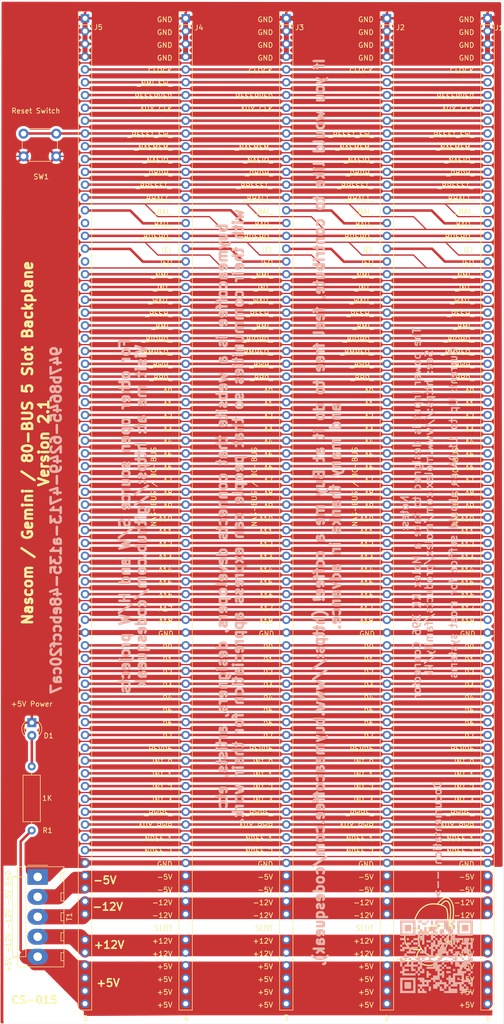
<source format=kicad_pcb>
(kicad_pcb (version 20241229) (generator "pcbnew") (generator_version "9.0")
  (title_block (title "Reduced Size 80-Bus Backplane - Kicad 9") (date "2025-04-21") (rev "2.1") (company "Five slot"))
  (layers (0 "F.Cu" signal) (2 "B.Cu" signal) (13 "F.Paste" user) (15 "B.Paste" user) (5 "F.SilkS" user "F.Silkscreen") (7 "B.SilkS" user "B.Silkscreen") (1 "F.Mask" user) (3 "B.Mask" user) (25 "Edge.Cuts" user))
  (net 0 "")
  (net 1 "Net-(D1-A)")
  (net 2 "GND")
  (net 3 "Net-(J1-Pin_5-Pad5)")
  (net 4 "Net-(J1-Pin_6-Pad6)")
  (net 5 "+5V")
  (net 6 "+12V")
  (net 7 "Net-(J1-Pin_7-Pad7)")
  (net 8 "-5V")
  (net 9 "-12V")
  (net 10 "Net-(J1-Pin_8-Pad8)")
  (net 11 "Net-(J1-Pin_9-Pad9)")
  (net 12 "Net-(J1-Pin_10-Pad10)")
  (net 13 "Net-(J1-Pin_11-Pad11)")
  (net 14 "Net-(J1-Pin_12-Pad12)")
  (net 15 "Net-(J1-Pin_13-Pad13)")
  (net 16 "Net-(J1-Pin_14-Pad14)")
  (net 17 "Net-(J1-Pin_15-Pad15)")
  (net 19 "Net-(J1-Pin_17-Pad17)")
  (net 20 "Net-(J1-Pin_18-Pad18)")
  (net 22 "Net-(J1-Pin_20-Pad20)")
  (net 23 "Net-(J1-Pin_21-Pad21)")
  (net 24 "Net-(J1-Pin_22-Pad22)")
  (net 25 "Net-(J1-Pin_23-Pad23)")
  (net 26 "Net-(J1-Pin_24-Pad24)")
  (net 27 "Net-(J1-Pin_25-Pad25)")
  (net 28 "Net-(J1-Pin_26-Pad26)")
  (net 29 "Net-(J1-Pin_27-Pad27)")
  (net 30 "Net-(J1-Pin_28-Pad28)")
  (net 31 "Net-(J1-Pin_29-Pad29)")
  (net 32 "Net-(J1-Pin_30-Pad30)")
  (net 33 "Net-(J1-Pin_31-Pad31)")
  (net 34 "Net-(J1-Pin_32)")
  (net 35 "Net-(J1-Pin_33-Pad33)")
  (net 36 "Net-(J1-Pin_34-Pad34)")
  (net 37 "Net-(J1-Pin_35-Pad35)")
  (net 38 "Net-(J1-Pin_36-Pad36)")
  (net 39 "Net-(J1-Pin_37-Pad37)")
  (net 40 "Net-(J1-Pin_38-Pad38)")
  (net 41 "Net-(J1-Pin_39)")
  (net 42 "Net-(J1-Pin_40)")
  (net 43 "Net-(J1-Pin_1-Pad41)")
  (net 44 "Net-(J1-Pin_2-Pad42)")
  (net 45 "Net-(J1-Pin_3-Pad43)")
  (net 46 "Net-(J1-Pin_4-Pad44)")
  (net 47 "Net-(J1-Pin_5-Pad45)")
  (net 48 "Net-(J1-Pin_6-Pad46)")
  (net 49 "Net-(J1-Pin_7-Pad47)")
  (net 50 "Net-(J1-Pin_8-Pad48)")
  (net 51 "Net-(J1-Pin_10-Pad50)")
  (net 52 "Net-(J1-Pin_11-Pad51)")
  (net 53 "Net-(J1-Pin_12-Pad52)")
  (net 54 "Net-(J1-Pin_13-Pad53)")
  (net 55 "Net-(J1-Pin_14-Pad54)")
  (net 56 "Net-(J1-Pin_15-Pad55)")
  (net 57 "Net-(J1-Pin_16-Pad56)")
  (net 58 "Net-(J1-Pin_17-Pad57)")
  (net 59 "Net-(J1-Pin_18-Pad58)")
  (net 60 "Net-(J1-Pin_19-Pad59)")
  (net 61 "Net-(J1-Pin_20-Pad60)")
  (net 62 "Net-(J1-Pin_21-Pad61)")
  (net 63 "Net-(J1-Pin_22-Pad62)")
  (net 64 "Net-(J1-Pin_23-Pad63)")
  (net 65 "Net-(J1-Pin_24-Pad64)")
  (net 66 "Net-(J1-Pin_25-Pad65)")
  (net 67 "Net-(J1-Pin_26-Pad66)")
  (net 68 "Net-(J2-Pin_17-Pad17)")
  (net 69 "Net-(J2-Pin_20-Pad20)")
  (net 70 "Net-(J3-Pin_17-Pad17)")
  (net 71 "Net-(J3-Pin_20-Pad20)")
  (net 72 "Net-(J4-Pin_17-Pad17)")
  (net 73 "Net-(J4-Pin_20-Pad20)")
  (footprint "Resistor_THT:R_Axial_DIN0309_L9.0mm_D3.2mm_P12.70mm_Horizontal" (layer "F.Cu") (at 119.1768 211.1502 90)
    (property "Reference" "R1")
    (property "Value" "1K")
  )
  (footprint "Connector_Molex:Molex_KK-396_A-41791-0005_1x05_P3.96mm_Vertical" (layer "F.Cu") (at 120.3672 220.3752 -90)
    (property "Reference" "T1")
    (property "Value" "Terminal_01x05")
  )
  (footprint "80bus:PinHeader_1x80_P2.54mm_Vertical" (layer "F.Cu") (at 209.7786 49.9618)
    (property "Reference" "J1")
    (property "Value" "Conn_01x80")
  )
  (footprint "80bus:PinHeader_1x80_P2.54mm_Vertical" (layer "F.Cu") (at 149.7786 49.9618)
    (property "Reference" "J4")
    (property "Value" "Conn_01x80")
  )
  (footprint "80bus:PinHeader_1x80_P2.54mm_Vertical" (layer "F.Cu") (at 189.7786 49.9618)
    (property "Reference" "J2")
    (property "Value" "Conn_01x80")
  )
  (footprint "80bus:PinHeader_1x80_P2.54mm_Vertical" (layer "F.Cu") (at 129.7786 49.9618)
    (property "Reference" "J5")
    (property "Value" "Conn_01x80")
  )
  (footprint "Button_Switch_THT:SW_PUSH_6mm_H5mm" (layer "F.Cu") (at 117.5524 72.8578)
    (property "Reference" "SW1")
    (property "Value" "Reset")
  )
  (footprint "80bus:PinHeader_1x80_P2.54mm_Vertical" (layer "F.Cu") (at 169.7786 49.9618)
    (property "Reference" "J3")
    (property "Value" "Conn_01x80")
  )
  (footprint "80bus:sleepymouse_very_small" (layer "F.Cu") (at 197.9168 231.6226 90)
    (property "Reference" "G1" (hide yes))
    (property "Value" "LOGO" (hide yes))
  )
  (footprint "LED_THT:LED_D3.0mm" (layer "F.Cu") (at 119.2022 189.7584 -90)
    (property "Reference" "D1")
    (property "Value" "LED")
  )
  (footprint "80bus:qr code" (layer "B.Cu") (at 199.624822 236.224411 -90)
    (property "Reference" "G001" (hide yes))
    (property "Value" "LOGO" (hide yes))
  )
  (gr_line (start 112.903 46.355) (end 112.903 249.555) (stroke (width 0.05)) (layer "Edge.Cuts"))
  (gr_line (start 112.903 249.555) (end 212.923525 249.555) (stroke (width 0.05)) (layer "Edge.Cuts"))
  (gr_line (start 212.923525 249.555) (end 212.893125 46.355) (stroke (width 0.05)) (layer "Edge.Cuts"))
  (gr_line (start 212.893125 46.355) (end 112.903 46.355) (stroke (width 0.05)) (layer "Edge.Cuts"))
  (gr_text "2" (at 189.7126 248.412 0) (layer "F.SilkS") (effects (font (size 1 1))))
  (gr_text "Reset Switch" (at 119.9896 68.326 0) (layer "F.SilkS") (effects (font (size 1 1))))
  (gr_text "1" (at 209.8548 248.4882 0) (layer "F.SilkS") (effects (font (size 1 1))))
  (gr_text "+5V Power" (at 119.1768 186.055 0) (layer "F.SilkS") (effects (font (size 1 1))))
  (gr_text "+5V" (at 134.366 241.427 0) (layer "F.SilkS") (effects (font (size 1.5 1.5) (thickness 0.3))))
  (gr_text "-12V" (at 134.2898 226.2886 0) (layer "F.SilkS") (effects (font (size 1.5 1.5) (thickness 0.3))))
  (gr_text "+5V +12V -12V -5V GND" (at 114.554 229.235 90) (layer "F.SilkS") (effects (font (size 1 1))))
  (gr_text "3\n" (at 169.799 248.3358 0) (layer "F.SilkS") (effects (font (size 1 1))))
  (gr_text "CS-015" (at 119.687746 244.805733 0) (layer "F.SilkS") (effects (font (size 1.5 1.5) (thickness 0.3))))
  (gr_text "+12V" (at 134.5692 233.8578 0) (layer "F.SilkS") (effects (font (size 1.5 1.5) (thickness 0.3))))
  (gr_text "Nascom / Gemini / 80-BUS 5 Slot Backplane\nVersion 2.1\n" (at 119.9642 134.239 90) (layer "F.SilkS") (effects (font (size 2 2) (thickness 0.5))))
  (gr_text "5" (at 129.8448 248.4374 0) (layer "F.SilkS") (effects (font (size 1 1))))
  (gr_text "-5V" (at 133.731 221.0308 0) (layer "F.SilkS") (effects (font (size 1.5 1.5) (thickness 0.3))))
  (gr_text "_BAI_" (at 147.2463 88.3666 0) (layer "F.SilkS") (effects (font (size 1 1)) (justify right)))
  (gr_text "4" (at 149.8854 248.539 0) (layer "F.SilkS") (effects (font (size 1 1))))
  (gr_text "For other open source S/W and H/W projects\nVisit me at: https://github.com/codesqueak\n\n\n\n\nbuymeacoffee is a website that connects developers, designers, artists, etc\nwith their communities so that people can express appreciation for their work.\n\n\n\n\nIf you would like to contribute, feel free to do it at Buy me a coffee! (https://www.buymeacoffee.com/codesqueak), \nand many thanks in advance.\n" (at 158.623 148.7678 90) (layer "B.SilkS") (effects (font (size 2 2) (thickness 0.5)) (justify mirror)))
  (gr_text "Notes:\nThe power input is designed to take a Molex KK 396 Connector\nSee: https://www.molex.com/molex/products/family/kk\n\nCurrent: Up to 11.0A so should suffice for most systems\n\n" (at 199.3646 148.1582 90) (layer "B.SilkS") (effects (font (size 1.5 1.5) (thickness 0.3)) (justify mirror)))
  (gr_text "Documentation -->\n\n" (at 201.075943 213.006471 90) (layer "B.SilkS") (effects (font (size 1.5 1.5) (thickness 0.3)) (justify mirror)))
  (gr_text "947b8645-6249-4713-a135-48ebccf20ca7" (at 125.209891 114.75137 90) (layer "B.SilkS") (effects (font (size 2 2) (thickness 0.5) (bold yes)) (justify left bottom mirror)))
  (segment (start 119.2022 192.2984) (end 119.2022 198.4248) (width 0.5) (layer "F.Cu") (net 1))
  (segment (start 182.245 94.4118) (end 182.2196 94.4118) (width 0.25) (layer "F.Cu") (net 2))
  (segment (start 126.5174 201.0918) (end 211.582 201.0918) (width 0.25) (layer "F.Cu") (net 2))
  (segment (start 157.099 99.5172) (end 157.1752 99.5172) (width 0.25) (layer "F.Cu") (net 2))
  (segment (start 211.582 89.3826) (end 211.582 96.901) (width 0.25) (layer "F.Cu") (net 2))
  (segment (start 126.5174 77.343) (end 126.5174 79.1464) (width 0.25) (layer "F.Cu") (net 2))
  (segment (start 201.422 86.7918) (end 211.5566 86.7918) (width 0.25) (layer "F.Cu") (net 2))
  (segment (start 129.7786 171.8818) (end 126.5682 171.8818) (width 1) (layer "F.Cu") (net 2))
  (segment (start 126.5174 61.341) (end 126.5174 63.9318) (width 0.25) (layer "F.Cu") (net 2))
  (segment (start 149.7786 49.9618) (end 149.7786 57.5818) (width 1) (layer "F.Cu") (net 2))
  (segment (start 211.582 58.1152) (end 211.582 58.8264) (width 0.25) (layer "F.Cu") (net 2))
  (segment (start 211.582 171.8564) (end 211.582 215.7984) (width 0.25) (layer "F.Cu") (net 2))
  (segment (start 120.3672 220.3752) (end 120.3672 217.5798) (width 2) (layer "F.Cu") (net 2))
  (segment (start 126.5174 79.1464) (end 211.5566 79.1464) (width 0.25) (layer "F.Cu") (net 2))
  (segment (start 164.465 89.3318) (end 174.752 89.3318) (width 0.25) (layer "F.Cu") (net 2))
  (segment (start 126.5174 102.0064) (end 126.5174 104.5972) (width 0.25) (layer "F.Cu") (net 2))
  (segment (start 154.5336 96.9518) (end 157.099 99.5172) (width 0.25) (layer "F.Cu") (net 2))
  (segment (start 126.5174 71.501) (end 211.582 71.501) (width 0.25) (layer "F.Cu") (net 2))
  (segment (start 211.582 52.4256) (end 211.582 55.0672) (width 1) (layer "F.Cu") (net 2))
  (segment (start 126.5174 178.2318) (end 211.582 178.2318) (width 0.25) (layer "F.Cu") (net 2))
  (segment (start 197.5866 99.5172) (end 177.3682 99.5172) (width 0.25) (layer "F.Cu") (net 2))
  (segment (start 209.7786 49.9618) (end 209.7786 57.5818) (width 1) (layer "F.Cu") (net 2))
  (segment (start 126.619 55.0418) (end 126.5174 55.1434) (width 1) (layer "F.Cu") (net 2))
  (segment (start 126.5428 58.8264) (end 126.5174 58.801) (width 0.25) (layer "F.Cu") (net 2))
  (segment (start 126.5174 208.7118) (end 211.582 208.7118) (width 0.25) (layer "F.Cu") (net 2))
  (segment (start 157.0482 91.8718) (end 126.5428 91.8718) (width 0.25) (layer "F.Cu") (net 2))
  (segment (start 203.9112 89.3318) (end 201.422 86.8426) (width 0.25) (layer "F.Cu") (net 2))
  (segment (start 126.5174 94.5134) (end 126.523511 94.507289) (width 0.25) (layer "F.Cu") (net 2))
  (segment (start 211.582 86.8426) (end 211.5312 86.7918) (width 0.25) (layer "F.Cu") (net 2))
  (segment (start 211.582 57.5056) (end 211.582 58.1152) (width 1) (layer "F.Cu") (net 2))
  (segment (start 126.5174 135.0518) (end 211.582 135.0518) (width 0.25) (layer "F.Cu") (net 2))
  (segment (start 126.5174 175.6918) (end 211.582 175.6918) (width 0.25) (layer "F.Cu") (net 2))
  (segment (start 126.5174 198.5518) (end 211.582 198.5518) (width 0.25) (layer "F.Cu") (net 2))
  (segment (start 129.7786 49.9618) (end 129.7786 57.5818) (width 1) (layer "F.Cu") (net 2))
  (segment (start 211.5058 107.1118) (end 211.582 107.188) (width 0.25) (layer "F.Cu") (net 2))
  (segment (start 211.582 68.9864) (end 211.582 71.501) (width 0.25) (layer "F.Cu") (net 2))
  (segment (start 164.4904 96.9518) (end 161.9504 94.4118) (width 0.25) (layer "F.Cu") (net 2))
  (segment (start 126.5174 58.801) (end 126.5174 61.341) (width 0.25) (layer "F.Cu") (net 2))
  (segment (start 125.0696 217.6018) (end 129.7786 217.6018) (width 2) (layer "F.Cu") (net 2))
  (segment (start 126.5428 86.8426) (end 126.5174 86.868) (width 0.25) (layer "F.Cu") (net 2))
  (segment (start 126.5174 66.4972) (end 126.5174 69.0118) (width 0.25) (layer "F.Cu") (net 2))
  (segment (start 211.525089 74.187289) (end 211.582 74.2442) (width 0.25) (layer "F.Cu") (net 2))
  (segment (start 126.5174 86.7918) (end 201.422 86.7918) (width 0.25) (layer "F.Cu") (net 2))
  (segment (start 211.582 96.901) (end 211.5312 96.9518) (width 0.25) (layer "F.Cu") (net 2))
  (segment (start 126.5428 63.9064) (end 126.5174 63.9318) (width 0.25) (layer "F.Cu") (net 2))
  (segment (start 164.465 89.3318) (end 161.9758 86.8426) (width 0.25) (layer "F.Cu") (net 2))
  (segment (start 126.548911 74.187289) (end 211.525089 74.187289) (width 0.25) (layer "F.Cu") (net 2))
  (segment (start 189.9666 49.9618) (end 149.7584 49.9618) (width 1) (layer "F.Cu") (net 2))
  (segment (start 141.732 86.8426) (end 144.2212 89.3318) (width 0.25) (layer "F.Cu") (net 2))
  (segment (start 126.5174 147.7772) (end 211.582 147.7772) (width 0.25) (layer "F.Cu") (net 2))
  (segment (start 120.3672 220.3752) (end 122.2962 220.3752) (width 2) (layer "F.Cu") (net 2))
  (segment (start 126.5174 160.4518) (end 211.582 160.4518) (width 0.25) (layer "F.Cu") (net 2))
  (segment (start 126.5174 190.9318) (end 211.582 190.9318) (width 0.25) (layer "F.Cu") (net 2))
  (segment (start 201.4474 94.4118) (end 211.5058 94.4118) (width 0.25) (layer "F.Cu") (net 2))
  (segment (start 189.865 52.5018) (end 149.9108 52.5018) (width 1) (layer "F.Cu") (net 2))
  (segment (start 211.582 99.5172) (end 211.582 101.981) (width 0.25) (layer "F.Cu") (net 2))
  (segment (start 177.292 91.8718) (end 177.3174 91.8718) (width 0.25) (layer "F.Cu") (net 2))
  (segment (start 116.967 70.2564) (end 115.1636 72.0598) (width 0.25) (layer "F.Cu") (net 2))
  (segment (start 126.5174 140.1318) (end 211.582 140.1318) (width 0.25) (layer "F.Cu") (net 2))
  (segment (start 184.785 96.9518) (end 182.245 94.4118) (width 0.25) (layer "F.Cu") (net 2))
  (segment (start 126.5174 107.1118) (end 211.5058 107.1118) (width 0.25) (layer "F.Cu") (net 2))
  (segment (start 211.582 96.901) (end 211.582 99.5172) (width 0.25) (layer "F.Cu") (net 2))
  (segment (start 126.5174 104.5972) (end 126.5174 107.1118) (width 0.25) (layer "F.Cu") (net 2))
  (segment (start 126.5174 94.4118) (end 141.6812 94.4118) (width 0.25) (layer "F.Cu") (net 2))
  (segment (start 211.5566 84.2518) (end 211.582 84.2772) (width 0.25) (layer "F.Cu") (net 2))
  (segment (start 182.2196 94.4118) (end 201.4474 94.4118) (width 0.25) (layer "F.Cu") (net 2))
  (segment (start 211.582 86.8426) (end 211.582 89.3826) (width 0.25) (layer "F.Cu") (net 2))
  (segment (start 203.9874 96.9518) (end 201.4474 94.4118) (width 0.25) (layer "F.Cu") (net 2))
  (segment (start 129.7786 49.9618) (end 127.2794 49.9618) (width 1) (layer "F.Cu") (net 2))
  (segment (start 197.5866 91.8718) (end 177.3174 91.8718) (width 0.25) (layer "F.Cu") (net 2))
  (segment (start 129.7686 217.6018) (end 209.794325 217.6018) (width 1) (layer "F.Cu") (net 2))
  (segment (start 184.785 89.3318) (end 182.2958 86.8426) (width 0.25) (layer "F.Cu") (net 2))
  (segment (start 126.619 81.7118) (end 126.5174 81.8134) (width 0.25) (layer "F.Cu") (net 2))
  (segment (start 126.5174 109.6772) (end 126.5174 114.8334) (width 0.25) (layer "F.Cu") (net 2))
  (segment (start 126.5174 55.1434) (end 126.5174 57.5818) (width 1) (layer "F.Cu") (net 2))
  (segment (start 126.5174 112.1918) (end 211.582 112.1918) (width 0.25) (layer "F.Cu") (net 2))
  (segment (start 126.5174 79.1464) (end 126.5174 81.8134) (width 0.25) (layer "F.Cu") (net 2))
  (segment (start 211.0232 216.3318) (end 124.4346 216.3318) (width 0.25) (layer "F.Cu") (net 2))
  (segment (start 126.5174 74.2188) (end 126.5174 76.6572) (width 0.25) (layer "F.Cu") (net 2))
  (segment (start 129.7786 52.5018) (end 126.5174 52.5018) (width 1) (layer "F.Cu") (net 2))
  (segment (start 211.5058 52.5018) (end 211.582 52.4256) (width 1) (layer "F.Cu") (net 2))
  (segment (start 115.8134 77.3578) (end 117.5524 77.3578) (width 0.25) (layer "F.Cu") (net 2))
  (segment (start 211.582 107.188) (end 211.582 171.8564) (width 0.25) (layer "F.Cu") (net 2))
  (segment (start 126.5174 124.9172) (end 211.582 124.9172) (width 0.25) (layer "F.Cu") (net 2))
  (segment (start 126.5174 57.5818) (end 126.5174 58.801) (width 0.25) (layer "F.Cu") (net 2))
  (segment (start 209.7786 55.0418) (end 149.8854 55.0418) (width 1) (layer "F.Cu") (net 2))
  (segment (start 211.582 50.5968) (end 211.582 52.4256) (width 1) (layer "F.Cu") (net 2))
  (segment (start 129.7786 55.0418) (end 126.619 55.0418) (width 1) (layer "F.Cu") (net 2))
  (segment (start 209.7786 217.6018) (end 210.8708 217.6018) (width 1) (layer "F.Cu") (net 2))
  (segment (start 115.1636 76.708) (end 115.8134 77.3578) (width 0.25) (layer "F.Cu") (net 2))
  (segment (start 211.5566 171.8818) (end 211.582 171.8564) (width 1) (layer "F.Cu") (net 2))
  (segment (start 211.0486 57.5818) (end 211.582 58.1152) (width 0.25) (layer "F.Cu") (net 2))
  (segment (start 189.7786 49.9618) (end 189.7786 57.5818) (width 1) (layer "F.Cu") (net 2))
  (segment (start 129.7786 57.5818) (end 126.5174 57.5818) (width 1) (layer "F.Cu") (net 2))
  (segment (start 174.752 89.3318) (end 177.292 91.8718) (width 0.25) (layer "F.Cu") (net 2))
  (segment (start 211.582 104.5718) (end 211.582 107.188) (width 0.25) (layer "F.Cu") (net 2))
  (segment (start 124.4226 216.3198) (end 123.6225 217.1199) (width 0.25) (layer "F.Cu") (net 2))
  (segment (start 201.422 86.8426) (end 201.422 86.7918) (width 0.25) (layer "F.Cu") (net 2))
  (segment (start 169.7786 49.9618) (end 169.7786 57.5818) (width 1) (layer "F.Cu") (net 2))
  (segment (start 211.5566 79.1464) (end 211.582 79.1718) (width 0.25) (layer "F.Cu") (net 2))
  (segment (start 174.7774 96.9518) (end 177.3428 99.5172) (width 0.25) (layer "F.Cu") (net 2))
  (segment (start 211.582 71.501) (end 211.582 74.2442) (width 0.25) (layer "F.Cu") (net 2))
  (segment (start 126.5428 104.5718) (end 126.5174 104.5972) (width 0.25) (layer "F.Cu") (net 2))
  (segment (start 144.2212 89.3318) (end 154.5082 89.3318) (width 0.25) (layer "F.Cu") (net 2))
  (segment (start 126.5174 157.9118) (end 211.582 157.9118) (width 0.25) (layer "F.Cu") (net 2))
  (segment (start 122.2962 220.3752) (end 125.0696 217.6018) (width 2) (layer "F.Cu") (net 2))
  (segment (start 211.582 81.7118) (end 211.582 84.2772) (width 0.25) (layer "F.Cu") (net 2))
  (segment (start 126.5174 63.9318) (end 126.5174 66.4972) (width 0.25) (layer "F.Cu") (net 2))
  (segment (start 211.5058 57.5818) (end 211.582 57.5056) (width 1) (layer "F.Cu") (net 2))
  (segment (start 129.7178 171.8818) (end 209.895925 171.8818) (width 1) (layer "F.Cu") (net 2))
  (segment (start 126.5174 168.0718) (end 211.582 168.0718) (width 0.25) (layer "F.Cu") (net 2))
  (segment (start 184.785 89.3318) (end 195.072 89.3318) (width 0.25) (layer "F.Cu") (net 2))
  (segment (start 210.8708 217.6018) (end 211.582 216.8906) (width 1) (layer "F.Cu") (net 2))
  (segment (start 126.5174 213.8172) (end 124.4226 215.912) (width 0.25) (layer "F.Cu") (net 2))
  (segment (start 211.582 58.8264) (end 211.582 61.341) (width 0.25) (layer "F.Cu") (net 2))
  (segment (start 211.5566 102.0064) (end 211.582 101.981) (width 0.25) (layer "F.Cu") (net 2))
  (segment (start 209.7786 55.0418) (end 211.5566 55.0418) (width 1) (layer "F.Cu") (net 2))
  (segment (start 211.5312 89.3318) (end 203.9112 89.3318) (width 0.25) (layer "F.Cu") (net 2))
  (segment (start 127.2794 49.9618) (end 126.5174 50.7238) (width 1) (layer "F.Cu") (net 2))
  (segment (start 211.582 91.8718) (end 197.5866 91.8718) (width 0.25) (layer "F.Cu") (net 2))
  (segment (start 126.5174 193.4718) (end 211.582 193.4718) (width 0.25) (layer "F.Cu") (net 2))
  (segment (start 164.4904 96.9518) (end 174.7774 96.9518) (width 0.25) (layer "F.Cu") (net 2))
  (segment (start 126.5174 69.0118) (end 126.5174 70.2564) (width 0.25) (layer "F.Cu") (net 2))
  (segment (start 126.5174 61.341) (end 211.582 61.341) (width 0.25) (layer "F.Cu") (net 2))
  (segment (start 195.072 96.9518) (end 197.5866 99.4664) (width 0.25) (layer "F.Cu") (net 2))
  (segment (start 126.5174 122.3518) (end 211.582 122.3518) (width 0.25) (layer "F.Cu") (net 2))
  (segment (start 126.5174 185.8518) (end 211.582 185.8518) (width 0.25) (layer "F.Cu") (net 2))
  (segment (start 211.582 84.2772) (end 211.582 86.8426) (width 0.25) (layer "F.Cu") (net 2))
  (segment (start 126.5174 52.5018) (end 126.5174 55.1434) (width 1) (layer "F.Cu") (net 2))
  (segment (start 211.582 74.2442) (end 211.582 76.6572) (width 0.25) (layer "F.Cu") (net 2))
  (segment (start 209.7786 171.8818) (end 211.5566 171.8818) (width 1) (layer "F.Cu") (net 2))
  (segment (start 120.2738 220.3752) (end 119.2276 219.329) (width 2) (layer "F.Cu") (net 2))
  (segment (start 197.5866 99.4664) (end 197.5866 99.5172) (width 0.25) (layer "F.Cu") (net 2))
  (segment (start 126.638289 66.376311) (end 211.575889 66.376311) (width 0.25) (layer "F.Cu") (net 2))
  (segment (start 124.4226 215.912) (end 124.4226 216.3198) (width 0.25) (layer "F.Cu") (net 2))
  (segment (start 141.7066 94.4118) (end 141.6812 94.4118) (width 0.25) (layer "F.Cu") (net 2))
  (segment (start 126.5174 150.2918) (end 211.582 150.2918) (width 0.25) (layer "F.Cu") (net 2))
  (segment (start 211.575889 66.376311) (end 211.582 66.3702) (width 0.25) (layer "F.Cu") (net 2))
  (segment (start 126.5174 132.5118) (end 211.582 132.5118) (width 0.25) (layer "F.Cu") (net 2))
  (segment (start 211.582 101.981) (end 211.582 104.5718) (width 0.25) (layer "F.Cu") (net 2))
  (segment (start 126.5174 119.8118) (end 211.582 119.8118) (width 0.25) (layer "F.Cu") (net 2))
  (segment (start 126.5174 152.8318) (end 211.582 152.8318) (width 0.25) (layer "F.Cu") (net 2))
  (segment (start 177.3682 99.5172) (end 157.1752 99.5172) (width 0.25) (layer "F.Cu") (net 2))
  (segment (start 144.2466 96.9518) (end 141.7066 94.4118) (width 0.25) (layer "F.Cu") (net 2))
  (segment (start 161.9504 94.4118) (end 182.2196 94.4118) (width 0.25) (layer "F.Cu") (net 2))
  (segment (start 126.5174 195.9864) (end 211.582 195.9864) (width 0.25) (layer "F.Cu") (net 2))
  (segment (start 126.5174 74.2188) (end 126.548911 74.187289) (width 0.25) (layer "F.Cu") (net 2))
  (segment (start 124.0524 77.3578) (end 126.5026 77.3578) (width 0.25) (layer "F.Cu") (net 2))
  (segment (start 126.5174 114.8334) (end 126.5174 117.2464) (width 0.25) (layer "F.Cu") (net 2))
  (segment (start 126.5174 127.4572) (end 211.582 127.4572) (width 0.25) (layer "F.Cu") (net 2))
  (segment (start 154.5082 89.3318) (end 157.0482 91.8718) (width 0.25) (layer "F.Cu") (net 2))
  (segment (start 126.5174 145.2118) (end 211.582 145.2118) (width 0.25) (layer "F.Cu") (net 2))
  (segment (start 211.582 114.7318) (end 126.5428 114.7318) (width 0.25) (layer "F.Cu") (net 2))
  (segment (start 126.5174 155.3972) (end 211.582 155.3972) (width 0.25) (layer "F.Cu") (net 2))
  (segment (start 124.4346 216.3318) (end 124.4226 216.3198) (width 0.25) (layer "F.Cu") (net 2))
  (segment (start 126.5682 171.8818) (end 126.5174 171.831) (width 1) (layer "F.Cu") (net 2))
  (segment (start 126.5428 114.808) (end 126.5174 114.8334) (width 0.25) (layer "F.Cu") (net 2))
  (segment (start 126.5174 180.7718) (end 211.582 180.7718) (width 0.25) (layer "F.Cu") (net 2))
  (segment (start 209.7786 52.5018) (end 211.5058 52.5018) (width 1) (layer "F.Cu") (net 2))
  (segment (start 126.5174 165.5318) (end 211.582 165.5318) (width 0.25) (layer "F.Cu") (net 2))
  (segment (start 118.999 219.1004) (end 118.999 217.5002) (width 2) (layer "F.Cu") (net 2))
  (segment (start 157.1752 99.5172) (end 126.5174 99.5172) (width 0.25) (layer "F.Cu") (net 2))
  (segment (start 126.5174 162.9918) (end 211.582 162.9918) (width 0.25) (layer "F.Cu") (net 2))
  (segment (start 126.5174 188.3918) (end 211.582 188.3918) (width 0.25) (layer "F.Cu") (net 2))
  (segment (start 126.5174 129.9718) (end 211.582 129.9718) (width 0.25) (layer "F.Cu") (net 2))
  (segment (start 211.582 109.6518) (end 126.5428 109.6518) (width 0.25) (layer "F.Cu") (net 2))
  (segment (start 126.5174 102.0064) (end 211.5566 102.0064) (width 0.25) (layer "F.Cu") (net 2))
  (segment (start 126.5174 94.5134) (end 126.5174 99.5172) (width 0.25) (layer "F.Cu") (net 2))
  (segment (start 209.7786 57.5818) (end 211.5058 57.5818) (width 1) (layer "F.Cu") (net 2))
  (segment (start 126.5174 213.7918) (end 211.582 213.7918) (width 0.25) (layer "F.Cu") (net 2))
  (segment (start 120.3672 220.3752) (end 123.6225 217.1199) (width 2) (layer "F.Cu") (net 2))
  (segment (start 211.582 68.9864) (end 126.5428 68.9864) (width 0.25) (layer "F.Cu") (net 2))
  (segment (start 211.582 76.6572) (end 211.582 79.1718) (width 0.25) (layer "F.Cu") (net 2))
  (segment (start 126.5174 70.2564) (end 126.5174 71.501) (width 0.25) (layer "F.Cu") (net 2))
  (segment (start 211.582 58.8264) (end 126.5428 58.8264) (width 0.25) (layer "F.Cu") (net 2))
  (segment (start 126.5174 137.5918) (end 211.582 137.5918) (width 0.25) (layer "F.Cu") (net 2))
  (segment (start 126.5174 84.2518) (end 126.5174 86.868) (width 0.25) (layer "F.Cu") (net 2))
  (segment (start 195.072 89.3318) (end 197.5866 91.8464) (width 0.25) (layer "F.Cu") (net 2))
  (segment (start 211.582 81.7118) (end 126.619 81.7118) (width 0.25) (layer "F.Cu") (net 2))
  (segment (start 126.5174 76.6572) (end 126.5174 77.343) (width 0.25) (layer "F.Cu") (net 2))
  (segment (start 211.582 63.9064) (end 126.5428 63.9064) (width 0.25) (layer "F.Cu") (net 2))
  (segment (start 211.5566 55.0418) (end 211.582 55.0672) (width 1) (layer "F.Cu") (net 2))
  (segment (start 126.5174 99.5172) (end 126.5174 102.0064) (width 0.25) (layer "F.Cu") (net 2))
  (segment (start 126.5428 109.7026) (end 126.5174 109.6772) (width 0.25) (layer "F.Cu") (net 2))
  (segment (start 211.5312 96.9518) (end 203.9874 96.9518) (width 0.25) (layer "F.Cu") (net 2))
  (segment (start 126.5174 171.831) (end 126.5174 213.8172) (width 0.25) (layer "F.Cu") (net 2))
  (segment (start 126.5428 68.9864) (end 126.5174 69.0118) (width 0.25) (layer "F.Cu") (net 2))
  (segment (start 126.5174 86.868) (end 126.5174 94.5134) (width 0.25) (layer "F.Cu") (net 2))
  (segment (start 177.3428 99.5172) (end 177.3682 99.5172) (width 0.25) (layer "F.Cu") (net 2))
  (segment (start 144.2466 96.9518) (end 154.5336 96.9518) (width 0.25) (layer "F.Cu") (net 2))
  (segment (start 211.582 61.341) (end 211.582 63.9064) (width 0.25) (layer "F.Cu") (net 2))
  (segment (start 141.6812 94.4118) (end 161.9504 94.4118) (width 0.25) (layer "F.Cu") (net 2))
  (segment (start 126.5174 203.6318) (end 211.582 203.6318) (width 0.25) (layer "F.Cu") (net 2))
  (segment (start 126.5174 142.6718) (end 211.582 142.6718) (width 0.25) (layer "F.Cu") (net 2))
  (segment (start 211.582 79.1718) (end 211.582 81.7118) (width 0.25) (layer "F.Cu") (net 2))
  (segment (start 115.1636 72.0598) (end 115.1636 76.708) (width 0.25) (layer "F.Cu") (net 2))
  (segment (start 126.5174 50.7238) (end 126.5174 52.5018) (width 1) (layer "F.Cu") (net 2))
  (segment (start 126.5026 77.3578) (end 126.5174 77.343) (width 0.25) (layer "F.Cu") (net 2))
  (segment (start 211.582 76.6572) (end 126.5174 76.6572) (width 0.25) (layer "F.Cu") (net 2))
  (segment (start 120.3672 217.5798) (end 120.3706 217.5764) (width 2) (layer "F.Cu") (net 2))
  (segment (start 209.7786 57.5818) (end 211.0486 57.5818) (width 0.25) (layer "F.Cu") (net 2))
  (segment (start 126.5174 84.2518) (end 211.5566 84.2518) (width 0.25) (layer "F.Cu") (net 2))
  (segment (start 119.2276 219.329) (end 118.999 219.1004) (width 2) (layer "F.Cu") (net 2))
  (segment (start 209.7786 49.9618) (end 210.947 49.9618) (width 1) (layer "F.Cu") (net 2))
  (segment (start 210.947 49.9618) (end 211.582 50.5968) (width 1) (layer "F.Cu") (net 2))
  (segment (start 126.5174 81.8134) (end 126.5174 84.2518) (width 0.25) (layer "F.Cu") (net 2))
  (segment (start 211.582 104.5718) (end 126.5428 104.5718) (width 0.25) (layer "F.Cu") (net 2))
  (segment (start 197.5866 91.8464) (end 197.5866 91.8718) (width 0.25) (layer "F.Cu") (net 2))
  (segment (start 211.582 66.3702) (end 211.582 68.9864) (width 0.25) (layer "F.Cu") (net 2))
  (segment (start 126.5174 66.4972) (end 126.638289 66.376311) (width 0.25) (layer "F.Cu") (net 2))
  (segment (start 211.582 99.5172) (end 197.5866 99.5172) (width 0.25) (layer "F.Cu") (net 2))
  (segment (start 126.5174 117.2718) (end 211.582 117.2718) (width 0.25) (layer "F.Cu") (net 2))
  (segment (start 211.582 63.9064) (end 211.582 66.3702) (width 0.25) (layer "F.Cu") (net 2))
  (segment (start 126.5174 206.1718) (end 211.582 206.1718) (width 0.25) (layer "F.Cu") (net 2))
  (segment (start 177.3174 91.8718) (end 157.0482 91.8718) (width 0.25) (layer "F.Cu") (net 2))
  (segment (start 184.785 96.9518) (end 195.072 96.9518) (width 0.25) (layer "F.Cu") (net 2))
  (segment (start 126.5174 107.1118) (end 126.5174 109.6772) (width 0.25) (layer "F.Cu") (net 2))
  (segment (start 129.7432 57.5818) (end 209.7786 57.5818) (width 1) (layer "F.Cu") (net 2))
  (segment (start 126.5174 117.2464) (end 126.5174 171.831) (width 0.25) (layer "F.Cu") (net 2))
  (segment (start 211.582 89.3826) (end 211.5312 89.3318) (width 0.25) (layer "F.Cu") (net 2))
  (segment (start 126.5174 70.2564) (end 116.967 70.2564) (width 0.25) (layer "F.Cu") (net 2))
  (segment (start 211.582 55.0672) (end 211.582 57.5056) (width 1) (layer "F.Cu") (net 2))
  (segment (start 211.582 216.8906) (end 211.582 215.7984) (width 1) (layer "F.Cu") (net 2))
  (segment (start 126.5174 183.3118) (end 211.582 183.3118) (width 0.25) (layer "F.Cu") (net 2))
  (segment (start 126.5174 211.2518) (end 211.582 211.2518) (width 0.25) (layer "F.Cu") (net 2))
  (segment (start 129.8448 60.1218) (end 209.743525 60.1218) (width 0.5) (layer "F.Cu") (net 3))
  (segment (start 209.819725 62.6618) (end 129.7432 62.6618) (width 0.5) (layer "F.Cu") (net 4))
  (segment (start 118.2672 236.2152) (end 118.1608 236.3216) (width 2) (layer "F.Cu") (net 5))
  (segment (start 149.110321 246.849521) (end 149.796879 246.849521) (width 1) (layer "F.Cu") (net 5))
  (segment (start 190.6778 240.4618) (end 189.7786 240.4618) (width 2) (layer "F.Cu") (net 5))
  (segment (start 191.1096 243.0018) (end 189.7786 243.0018) (width 2) (layer "F.Cu") (net 5))
  (segment (start 119.761 237.9218) (end 129.7786 237.9218) (width 2) (layer "F.Cu") (net 5))
  (segment (start 208.661 239.0394) (end 130.8962 239.0394) (width 2) (layer "F.Cu") (net 5))
  (segment (start 122.992 236.2152) (end 129.7786 243.0018) (width 2) (layer "F.Cu") (net 5))
  (segment (start 148.4122 239.2882) (end 148.4122 246.1514) (width 1.5) (layer "F.Cu") (net 5))
  (segment (start 209.819725 237.9218) (end 140.7668 237.9218) (width 1.5) (layer "F.Cu") (net 5))
  (segment (start 189.6618 244.221) (end 149.7584 244.221) (width 2) (layer "F.Cu") (net 5))
  (segment (start 120.3672 236.2152) (end 122.992 236.2152) (width 2) (layer "F.Cu") (net 5))
  (segment (start 149.7786 237.9218) (end 148.4122 239.2882) (width 1) (layer "F.Cu") (net 5))
  (segment (start 208.3308 245.0846) (end 208.788 245.5418) (width 2) (layer "F.Cu") (net 5))
  (segment (start 209.7786 240.4618) (end 209.7786 243.0018) (width 2) (layer "F.Cu") (net 5))
  (segment (start 209.7786 237.9218) (end 208.3308 239.3696) (width 2) (layer "F.Cu") (net 5))
  (segment (start 120.452 236.2152) (end 129.7786 245.5418) (width 2) (layer "F.Cu") (net 5))
  (segment (start 189.7888 240.4618) (end 149.733 240.4618) (width 2) (layer "F.Cu") (net 5))
  (segment (start 129.7786 237.9218) (end 129.7786 245.5418) (width 1.5) (layer "F.Cu") (net 5))
  (segment (start 208.788 245.5418) (end 209.7786 245.5418) (width 2) (layer "F.Cu") (net 5))
  (segment (start 191.1096 240.8936) (end 190.6778 240.4618) (width 2) (layer "F.Cu") (net 5))
  (segment (start 125.532 236.2152) (end 120.3672 236.2152) (width 3) (layer "F.Cu") (net 5))
  (segment (start 120.3672 236.2152) (end 118.2672 236.2152) (width 3) (layer "F.Cu") (net 5))
  (segment (start 191.262 245.5418) (end 191.4398 245.364) (width 2) (layer "F.Cu") (net 5))
  (segment (start 116.9924 234.9404) (end 118.2672 236.2152) (width 0.5) (layer "F.Cu") (net 5))
  (segment (start 191.4398 245.364) (end 191.4398 243.332) (width 2) (layer "F.Cu") (net 5))
  (segment (start 129.7786 240.4618) (end 125.532 236.2152) (width 3) (layer "F.Cu") (net 5))
  (segment (start 209.7786 243.0018) (end 209.7786 245.5418) (width 2) (layer "F.Cu") (net 5))
  (segment (start 129.7786 245.5418) (end 129.7786 243.0018) (width 3) (layer "F.Cu") (net 5))
  (segment (start 209.7786 237.9218) (end 209.7786 240.4618) (width 2) (layer "F.Cu") (net 5))
  (segment (start 149.86 243.0018) (end 189.8396 243.0018) (width 2) (layer "F.Cu") (net 5))
  (segment (start 119.1768 211.1502) (end 116.9924 213.3346) (width 0.5) (layer "F.Cu") (net 5))
  (segment (start 191.4398 243.332) (end 191.1096 243.0018) (width 2) (layer "F.Cu") (net 5))
  (segment (start 118.1608 236.3216) (end 119.761 237.9218) (width 2) (layer "F.Cu") (net 5))
  (segment (start 130.8962 239.0394) (end 129.7786 237.9218) (width 2) (layer "F.Cu") (net 5))
  (segment (start 189.7786 245.5418) (end 191.262 245.5418) (width 2) (layer "F.Cu") (net 5))
  (segment (start 189.738 241.5794) (end 149.8346 241.5794) (width 2) (layer "F.Cu") (net 5))
  (segment (start 150.0632 245.5418) (end 189.7786 245.5418) (width 2) (layer "F.Cu") (net 5))
  (segment (start 208.3308 239.3696) (end 208.3308 245.0846) (width 2) (layer "F.Cu") (net 5))
  (segment (start 148.4122 246.1514) (end 149.110321 246.849521) (width 1) (layer "F.Cu") (net 5))
  (segment (start 129.7786 243.0018) (end 129.7786 240.4618) (width 3) (layer "F.Cu") (net 5))
  (segment (start 209.7786 245.5418) (end 208.470879 246.849521) (width 2) (layer "F.Cu") (net 5))
  (segment (start 192.595879 246.849521) (end 149.796879 246.849521) (width 2) (layer "F.Cu") (net 5))
  (segment (start 116.9924 213.3346) (end 116.9924 234.9404) (width 0.5) (layer "F.Cu") (net 5))
  (segment (start 140.7786 237.9218) (end 129.7786 237.9218) (width 1.5) (layer "F.Cu") (net 5))
  (segment (start 191.1096 243.0018) (end 191.1096 240.8936) (width 2) (layer "F.Cu") (net 5))
  (segment (start 130.9978 234.1626) (end 129.7786 235.3818) (width 2) (layer "F.Cu") (net 6))
  (segment (start 208.4578 234.1626) (end 208.5594 234.1626) (width 2) (layer "F.Cu") (net 6))
  (segment (start 128.7702 232.2552) (end 129.7786 233.2636) (width 3) (layer "F.Cu") (net 6))
  (segment (start 209.7786 232.8418) (end 209.7786 235.3818) (width 2) (layer "F.Cu") (net 6))
  (segment (start 129.7786 235.3818) (end 126.652 232.2552) (width 2) (layer "F.Cu") (net 6))
  (segment (start 208.4578 234.1626) (end 209.7786 232.8418) (width 2) (layer "F.Cu") (net 6))
  (segment (start 209.7786 232.8418) (end 129.7786 232.8418) (width 2) (layer "F.Cu") (net 6))
  (segment (start 207.305125 234.1626) (end 209.616525 234.1626) (width 2) (layer "F.Cu") (net 6))
  (segment (start 209.7786 235.3818) (end 129.7786 235.3818) (width 1.5) (layer "F.Cu") (net 6))
  (segment (start 207.305125 234.1626) (end 130.9978 234.1626) (width 2) (layer "F.Cu") (net 6))
  (segment (start 126.652 232.2552) (end 120.3672 232.2552) (width 2) (layer "F.Cu") (net 6))
  (segment (start 129.7786 233.2636) (end 129.7786 235.3818) (width 2) (layer "F.Cu") (net 6))
  (segment (start 120.3672 232.2552) (end 128.7702 232.2552) (width 3) (layer "F.Cu") (net 6))
  (segment (start 207.305125 234.1626) (end 208.4578 234.1626) (width 2) (layer "F.Cu") (net 6))
  (segment (start 129.7786 232.8418) (end 129.7786 233.2636) (width 2) (layer "F.Cu") (net 6))
  (segment (start 208.5594 234.1626) (end 209.7786 235.3818) (width 2) (layer "F.Cu") (net 6))
  (segment (start 129.7178 65.2018) (end 209.768925 65.2018) (width 0.5) (layer "F.Cu") (net 7))
  (segment (start 132.5118 220.853) (end 133.223 221.5642) (width 3) (layer "F.Cu") (net 8))
  (segment (start 125.9586 222.6818) (end 129.7786 222.6818) (width 2) (layer "F.Cu") (net 8))
  (segment (start 209.7786 222.6818) (end 129.7786 222.6818) (width 1.5) (layer "F.Cu") (net 8))
  (segment (start 133.223 221.5642) (end 208.3562 221.5642) (width 2) (layer "F.Cu") (net 8))
  (segment (start 209.7786 220.1418) (end 209.7786 222.6818) (width 2) (layer "F.Cu") (net 8))
  (segment (start 208.3562 221.5642) (end 209.7786 220.1418) (width 2) (layer "F.Cu") (net 8))
  (segment (start 209.7786 220.1418) (end 129.7786 220.1418) (width 2) (layer "F.Cu") (net 8))
  (segment (start 120.3672 224.3352) (end 124.4576 224.3352) (width 3) (layer "F.Cu") (net 8))
  (segment (start 127.9398 220.853) (end 132.5118 220.853) (width 3) (layer "F.Cu") (net 8))
  (segment (start 124.4576 224.3352) (end 127.9398 220.853) (width 3) (layer "F.Cu") (net 8))
  (segment (start 129.7786 220.1418) (end 129.7786 222.6818) (width 2) (layer "F.Cu") (net 8))
  (segment (start 209.819725 227.7618) (end 129.7786 227.7618) (width 2) (layer "F.Cu") (net 9))
  (segment (start 129.2452 228.2952) (end 129.7786 227.7618) (width 3) (layer "F.Cu") (net 9))
  (segment (start 120.3672 228.2952) (end 129.2452 228.2952) (width 3) (layer "F.Cu") (net 9))
  (segment (start 126.7052 228.2952) (end 120.3672 228.2952) (width 2) (layer "F.Cu") (net 9))
  (segment (start 209.794325 226.3902) (end 208.473525 226.3902) (width 2) (layer "F.Cu") (net 9))
  (segment (start 209.7786 225.2218) (end 209.7786 227.7618) (width 2) (layer "F.Cu") (net 9))
  (segment (start 129.7786 225.2218) (end 129.7786 226.1208) (width 2) (layer "F.Cu") (net 9))
  (segment (start 209.895925 225.2218) (end 129.7786 225.2218) (width 1.5) (layer "F.Cu") (net 9))
  (segment (start 130.048 226.3902) (end 129.7786 226.1208) (width 2) (layer "F.Cu") (net 9))
  (segment (start 208.473525 226.3902) (end 208.6102 226.3902) (width 2) (layer "F.Cu") (net 9))
  (segment (start 208.473525 226.3902) (end 130.048 226.3902) (width 2) (layer "F.Cu") (net 9))
  (segment (start 129.7786 225.2218) (end 126.7052 228.2952) (width 2) (layer "F.Cu") (net 9))
  (segment (start 208.6102 226.3902) (end 209.7786 225.2218) (width 2) (layer "F.Cu") (net 9))
  (segment (start 129.7786 226.1208) (end 129.7786 227.7618) (width 2) (layer "F.Cu") (net 9))
  (segment (start 209.794325 67.7418) (end 129.7178 67.7418) (width 0.5) (layer "F.Cu") (net 10))
  (segment (start 129.7686 70.2818) (end 209.768925 70.2818) (width 0.5) (layer "F.Cu") (net 11))
  (segment (start 209.895925 72.8218) (end 129.6924 72.8218) (width 0.5) (layer "F.Cu") (net 12))
  (segment (start 129.7786 72.8218) (end 117.5884 72.8218) (width 0.5) (layer "F.Cu") (net 12))
  (segment (start 129.921 75.3618) (end 209.692725 75.3618) (width 0.5) (layer "F.Cu") (net 13))
  (segment (start 209.845125 77.9018) (end 129.7178 77.9018) (width 0.5) (layer "F.Cu") (net 14))
  (segment (start 129.8448 80.4418) (end 209.768925 80.4418) (width 0.5) (layer "F.Cu") (net 15))
  (segment (start 209.768925 82.9818) (end 129.794 82.9818) (width 0.5) (layer "F.Cu") (net 16))
  (segment (start 129.7686 85.5218) (end 209.845125 85.5218) (width 0.5) (layer "F.Cu") (net 17))
  (segment (start 198.6763 88.1126) (end 201.2163 90.6526) (width 0.5) (layer "F.Cu") (net 19))
  (segment (start 189.722274 88.1126) (end 198.6763 88.1126) (width 0.5) (layer "F.Cu") (net 19))
  (segment (start 201.2163 90.6526) (end 209.7049 90.6526) (width 0.5) (layer "F.Cu") (net 19))
  (segment (start 129.6924 93.1418) (end 209.845125 93.1418) (width 0.5) (layer "F.Cu") (net 20))
  (segment (start 201.2925 98.2472) (end 209.7811 98.2472) (width 0.5) (layer "F.Cu") (net 22))
  (segment (start 198.7525 95.7072) (end 201.2925 98.2472) (width 0.5) (layer "F.Cu") (net 22))
  (segment (start 189.798474 95.7072) (end 198.7525 95.7072) (width 0.5) (layer "F.Cu") (net 22))
  (segment (start 209.718125 100.7618) (end 129.6162 100.7618) (width 0.5) (layer "F.Cu") (net 23))
  (segment (start 129.8448 103.3018) (end 209.718125 103.3018) (width 0.5) (layer "F.Cu") (net 24))
  (segment (start 209.692725 105.8418) (end 129.7432 105.8418) (width 0.5) (layer "F.Cu") (net 25))
  (segment (start 129.7432 108.3818) (end 209.743525 108.3818) (width 0.5) (layer "F.Cu") (net 26))
  (segment (start 209.743525 110.9218) (end 129.6924 110.9218) (width 0.5) (layer "F.Cu") (net 27))
  (segment (start 129.6924 113.4618) (end 209.870525 113.4618) (width 0.5) (layer "F.Cu") (net 28))
  (segment (start 209.794325 116.0018) (end 129.7686 116.0018) (width 0.5) (layer "F.Cu") (net 29))
  (segment (start 129.7432 118.5418) (end 209.743525 118.5418) (width 0.5) (layer "F.Cu") (net 30))
  (segment (start 209.819725 121.0818) (end 129.7432 121.0818) (width 0.5) (layer "F.Cu") (net 31))
  (segment (start 129.7178 123.6218) (end 209.794325 123.6218) (width 0.5) (layer "F.Cu") (net 32))
  (segment (start 209.692725 126.1618) (end 129.794 126.1618) (width 0.5) (layer "F.Cu") (net 33))
  (segment (start 129.8194 128.7018) (end 209.743525 128.7018) (width 0.5) (layer "F.Cu") (net 34))
  (segment (start 209.718125 131.2418) (end 129.8194 131.2418) (width 0.5) (layer "F.Cu") (net 35))
  (segment (start 129.7178 133.7818) (end 209.819725 133.7818) (width 0.5) (layer "F.Cu") (net 36))
  (segment (start 209.768925 136.3218) (end 129.7686 136.3218) (width 0.5) (layer "F.Cu") (net 37))
  (segment (start 129.794 138.8618) (end 209.845125 138.8618) (width 0.5) (layer "F.Cu") (net 38))
  (segment (start 209.845125 141.4018) (end 129.8448 141.4018) (width 0.5) (layer "F.Cu") (net 39))
  (segment (start 129.794 143.9418) (end 209.718125 143.9418) (width 0.5) (layer "F.Cu") (net 40))
  (segment (start 209.768925 146.4818) (end 129.794 146.4818) (width 0.5) (layer "F.Cu") (net 41))
  (segment (start 129.7432 149.0218) (end 209.895925 149.0218) (width 0.5) (layer "F.Cu") (net 42))
  (segment (start 209.870525 151.5618) (end 129.7686 151.5618) (width 0.5) (layer "F.Cu") (net 43))
  (segment (start 129.794 154.1018) (end 209.794325 154.1018) (width 0.5) (layer "F.Cu") (net 44))
  (segment (start 209.870525 156.6418) (end 129.794 156.6418) (width 0.5) (layer "F.Cu") (net 45))
  (segment (start 129.794 159.1818) (end 209.794325 159.1818) (width 0.5) (layer "F.Cu") (net 46))
  (segment (start 129.794 161.7218) (end 209.768925 161.7218) (width 0.5) (layer "F.Cu") (net 47))
  (segment (start 209.845125 164.2618) (end 129.7432 164.2618) (width 0.5) (layer "F.Cu") (net 48))
  (segment (start 129.794 166.8018) (end 209.845125 166.8018) (width 0.5) (layer "F.Cu") (net 49))
  (segment (start 209.895925 169.3418) (end 129.6162 169.3418) (width 0.5) (layer "F.Cu") (net 50))
  (segment (start 209.718125 174.4218) (end 129.6924 174.4218) (width 0.5) (layer "F.Cu") (net 51))
  (segment (start 129.794 176.9618) (end 209.845125 176.9618) (width 0.5) (layer "F.Cu") (net 52))
  (segment (start 209.870525 179.5018) (end 129.7686 179.5018) (width 0.5) (layer "F.Cu") (net 53))
  (segment (start 129.794 182.0418) (end 209.794325 182.0418) (width 0.5) (layer "F.Cu") (net 54))
  (segment (start 129.7432 184.5818) (end 209.845125 184.5818) (width 0.5) (layer "F.Cu") (net 55))
  (segment (start 209.819725 187.1218) (end 129.7686 187.1218) (width 0.5) (layer "F.Cu") (net 56))
  (segment (start 129.7686 189.6618) (end 209.845125 189.6618) (width 0.5) (layer "F.Cu") (net 57))
  (segment (start 209.794325 192.2018) (end 129.8448 192.2018) (width 0.5) (layer "F.Cu") (net 58))
  (segment (start 129.8194 194.7418) (end 209.845125 194.7418) (width 0.5) (layer "F.Cu") (net 59))
  (segment (start 209.718125 197.2818) (end 129.7432 197.2818) (width 0.5) (layer "F.Cu") (net 60))
  (segment (start 129.794 199.8218) (end 209.845125 199.8218) (width 0.5) (layer "F.Cu") (net 61))
  (segment (start 209.819725 202.3618) (end 129.794 202.3618) (width 0.5) (layer "F.Cu") (net 62))
  (segment (start 209.870525 204.9018) (end 129.6924 204.9018) (width 0.5) (layer "F.Cu") (net 63))
  (segment (start 129.7686 207.4418) (end 209.845125 207.4418) (width 0.5) (layer "F.Cu") (net 64))
  (segment (start 209.870525 209.9818) (end 129.794 209.9818) (width 0.5) (layer "F.Cu") (net 65))
  (segment (start 129.7432 212.5218) (end 209.845125 212.5218) (width 0.5) (layer "F.Cu") (net 66))
  (segment (start 209.794325 215.0618) (end 129.8194 215.0618) (width 0.5) (layer "F.Cu") (net 67))
  (segment (start 169.783274 88.1126) (end 178.7373 88.1126) (width 0.5) (layer "F.Cu") (net 68))
  (segment (start 181.2773 90.6526) (end 189.7659 90.6526) (width 0.5) (layer "F.Cu") (net 68))
  (segment (start 178.7373 88.1126) (end 181.2773 90.6526) (width 0.5) (layer "F.Cu") (net 68))
  (segment (start 178.6865 95.7326) (end 181.2265 98.2726) (width 0.5) (layer "F.Cu") (net 69))
  (segment (start 181.2265 98.2726) (end 189.7151 98.2726) (width 0.5) (layer "F.Cu") (net 69))
  (segment (start 169.732474 95.7326) (end 178.6865 95.7326) (width 0.5) (layer "F.Cu") (net 69))
  (segment (start 161.29 90.6018) (end 169.7786 90.6018) (width 0.5) (layer "F.Cu") (net 70))
  (segment (start 158.75 88.0618) (end 161.29 90.6018) (width 0.5) (layer "F.Cu") (net 70))
  (segment (start 149.795974 88.0618) (end 158.75 88.0618) (width 0.5) (layer "F.Cu") (net 70))
  (segment (start 161.2621 98.2472) (end 169.7507 98.2472) (width 0.5) (layer "F.Cu") (net 71))
  (segment (start 158.7221 95.7072) (end 161.2621 98.2472) (width 0.5) (layer "F.Cu") (net 71))
  (segment (start 149.768074 95.7072) (end 158.7221 95.7072) (width 0.5) (layer "F.Cu") (net 71))
  (segment (start 129.803674 88.1126) (end 138.7577 88.1126) (width 0.5) (layer "F.Cu") (net 72))
  (segment (start 138.7577 88.1126) (end 141.2977 90.6526) (width 0.5) (layer "F.Cu") (net 72))
  (segment (start 141.2977 90.6526) (end 149.7863 90.6526) (width 0.5) (layer "F.Cu") (net 72))
  (segment (start 138.7323 95.7326) (end 141.2723 98.2726) (width 0.5) (layer "F.Cu") (net 73))
  (segment (start 129.778274 95.7326) (end 138.7323 95.7326) (width 0.5) (layer "F.Cu") (net 73))
  (segment (start 141.2723 98.2726) (end 149.7609 98.2726) (width 0.5) (layer "F.Cu") (net 73))
  (zone (net 5) (net_name "+5V") (layer "F.Cu") (priority 1) (connect_pads (clearance 0.508)) (min_thickness 0.254) (fill yes (thermal_gap 0.508) (thermal_bridge_width 0.508))
    (polygon (pts (xy 150.852077 247.846081) (xy 129.530117 247.971449) (xy 129.54 245.3132) (xy 129.5654 239.3442) (xy 150.853755 239.361201)))
  )
  (zone (net 2) (net_name "GND") (layer "F.Cu") (connect_pads (clearance 0.508)) (min_thickness 0.508) (fill yes (thermal_gap 0.508) (thermal_bridge_width 0.508))
    (polygon (pts (xy 212.4964 46.7614) (xy 212.8266 249.4534) (xy 113.0046 249.4534) (xy 113.1824 46.6598)))
  )
  (zone (net 0) (net_name "") (layer "F.Cu") (connect_pads (clearance 0)) (min_thickness 0.254)
    (keepout (tracks allowed) (vias allowed) (pads allowed) (copperpour not_allowed) (footprints allowed))
    (fill (thermal_gap 0.508) (thermal_bridge_width 0.508))
    (polygon (pts (xy 209.7786 85.5472) (xy 209.804 100.7872) (xy 129.794 100.7618) (xy 129.7178 85.471)))
  )
  (zone (net 0) (net_name "") (layer "F.Cu") (connect_pads (clearance 0)) (min_thickness 0.508)
    (keepout (tracks allowed) (vias allowed) (pads allowed) (copperpour not_allowed) (footprints allowed))
    (fill (thermal_gap 0.508) (thermal_bridge_width 0.508))
    (polygon (pts (xy 209.7786 169.3418) (xy 209.7786 174.4218) (xy 129.7432 174.4218) (xy 129.7432 169.3164) (xy 129.7686 169.3164)))
  )
  (zone (net 0) (net_name "") (layer "F.Cu") (connect_pads (clearance 0)) (min_thickness 0.508)
    (keepout (tracks allowed) (vias allowed) (pads allowed) (copperpour not_allowed) (footprints allowed))
    (fill (thermal_gap 0.508) (thermal_bridge_width 0.508))
    (polygon (pts (xy 212.44822 218.386209) (xy 212.3948 239.4458) (xy 189.8396 239.4204) (xy 189.81416 249.075251) (xy 150.342625 249.138891) (xy 150.3426 239.0648) (xy 128.2954 239.141) (xy 128.371611 249.113579) (xy 113.550302 249.0177) (xy 113.562826 218.133768)))
  )
  (zone (net 0) (net_name "") (layer "F.Cu") (connect_pads (clearance 0)) (min_thickness 0.508)
    (keepout (tracks allowed) (vias allowed) (pads allowed) (copperpour not_allowed) (footprints allowed))
    (fill (thermal_gap 0.508) (thermal_bridge_width 0.508))
    (polygon (pts (xy 209.7786 215.0618) (xy 209.7786 218.8718) (xy 129.7686 218.7194) (xy 129.794 215.0364)))
  )
  (zone (net 5) (net_name "+5V") (layer "F.Cu") (priority 1) (connect_pads (clearance 0.508)) (min_thickness 0.254) (fill yes (thermal_gap 0.508) (thermal_bridge_width 0.508))
    (polygon (pts (xy 210.742137 247.880071) (xy 189.761722 247.85448) (xy 189.7634 239.395) (xy 210.743815 239.395191)))
  )
)
</source>
